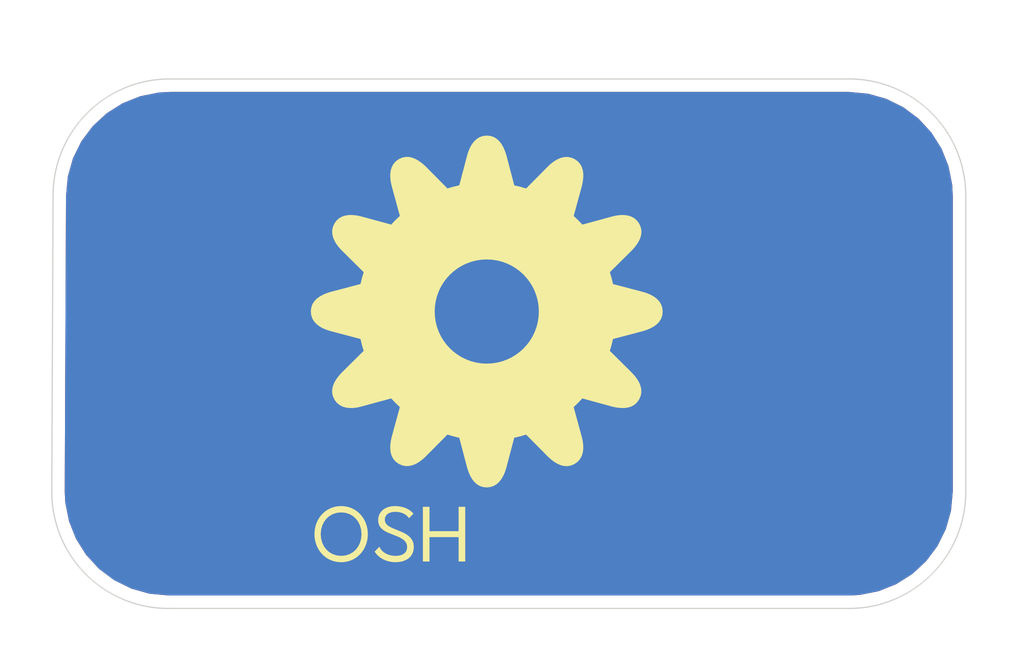
<source format=kicad_pcb>
(kicad_pcb (version 20190331) (host pcbnew "(5.1.0-373-ge808c7f95)")

  (general
    (thickness 1.6)
    (drawings 11)
    (tracks 0)
    (modules 1)
    (nets 1)
  )

  (page "A4")
  (layers
    (0 "F.Cu" signal)
    (31 "B.Cu" signal)
    (32 "B.Adhes" user)
    (33 "F.Adhes" user)
    (34 "B.Paste" user)
    (35 "F.Paste" user)
    (36 "B.SilkS" user)
    (37 "F.SilkS" user)
    (38 "B.Mask" user)
    (39 "F.Mask" user)
    (40 "Dwgs.User" user)
    (41 "Cmts.User" user)
    (42 "Eco1.User" user)
    (43 "Eco2.User" user)
    (44 "Edge.Cuts" user)
    (45 "Margin" user)
    (46 "B.CrtYd" user)
    (47 "F.CrtYd" user)
    (48 "B.Fab" user)
    (49 "F.Fab" user)
  )

  (setup
    (last_trace_width 0.25)
    (trace_clearance 0.2)
    (zone_clearance 0.508)
    (zone_45_only no)
    (trace_min 0.2)
    (via_size 0.8)
    (via_drill 0.4)
    (via_min_size 0.4)
    (via_min_drill 0.3)
    (uvia_size 0.3)
    (uvia_drill 0.1)
    (uvias_allowed no)
    (uvia_min_size 0.2)
    (uvia_min_drill 0.1)
    (edge_width 0.05)
    (segment_width 0.2)
    (pcb_text_width 0.3)
    (pcb_text_size 1.5 1.5)
    (mod_edge_width 0.12)
    (mod_text_size 1 1)
    (mod_text_width 0.15)
    (pad_size 1.524 1.524)
    (pad_drill 0.762)
    (pad_to_mask_clearance 0.051)
    (solder_mask_min_width 0.25)
    (aux_axis_origin 0 0)
    (visible_elements FFFFFF7F)
    (pcbplotparams
      (layerselection 0x010fc_ffffffff)
      (usegerberextensions false)
      (usegerberattributes false)
      (usegerberadvancedattributes false)
      (creategerberjobfile false)
      (excludeedgelayer true)
      (linewidth 0.100000)
      (plotframeref false)
      (viasonmask false)
      (mode 1)
      (useauxorigin false)
      (hpglpennumber 1)
      (hpglpenspeed 20)
      (hpglpendiameter 15.000000)
      (psnegative false)
      (psa4output false)
      (plotreference true)
      (plotvalue true)
      (plotinvisibletext false)
      (padsonsilk false)
      (subtractmaskfromsilk false)
      (outputformat 1)
      (mirror false)
      (drillshape 1)
      (scaleselection 1)
      (outputdirectory ""))
  )

  (net 0 "")

  (net_class "Default" "This is the default net class."
    (clearance 0.2)
    (trace_width 0.25)
    (via_dia 0.8)
    (via_drill 0.4)
    (uvia_dia 0.3)
    (uvia_drill 0.1)
  )

  (module "oshpark:OSH_small" (layer "F.Cu") (tedit 5B64EB0D) (tstamp 5CD2DF1C)
    (at 143.764 72.39)
    (descr "Imported from OSHPARK.svg")
    (tags "svg2mod")
    (attr smd)
    (fp_text reference "OSH_small" (at 0 -11.457835) (layer "F.SilkS") hide
      (effects (font (size 1.524 1.524) (thickness 0.3048)))
    )
    (fp_text value "G***" (at 0 11.457835) (layer "F.SilkS") hide
      (effects (font (size 1.524 1.524) (thickness 0.3048)))
    )
    (fp_poly (pts (xy 6.76111 6.120635) (xy 6.20884 6.120635) (xy 5.42765 6.959055) (xy 5.42765 6.120635)
      (xy 4.99557 6.120635) (xy 4.99557 8.266755) (xy 5.42765 8.266755) (xy 5.42765 7.193695)
      (xy 6.7096 8.409835) (xy 6.7096 7.831805) (xy 5.87118 7.056345) (xy 6.76111 6.120635)) (layer "F.Cu") (width 0))
    (fp_poly (pts (xy 4.31659 7.328185) (xy 4.11009 7.022185) (xy 3.67228 7.022185) (xy 3.67228 6.495675)
      (xy 4.11009 6.495675) (xy 4.16319 6.500675) (xy 4.21239 6.515675) (xy 4.25669 6.539575)
      (xy 4.29509 6.571375) (xy 4.32669 6.610075) (xy 4.35039 6.654875) (xy 4.36539 6.704775)
      (xy 4.37039 6.758775) (xy 4.36539 6.812775) (xy 4.35069 6.862675) (xy 4.32729 6.907475)
      (xy 4.29609 6.946175) (xy 4.25789 6.977975) (xy 4.21359 7.001875) (xy 4.16399 7.016875)
      (xy 4.11009 7.021875) (xy 4.11009 7.022185) (xy 4.31659 7.328185) (xy 4.41049 7.296585)
      (xy 4.49619 7.251785) (xy 4.57229 7.194785) (xy 4.63749 7.126585) (xy 4.69049 7.048185)
      (xy 4.72989 6.960585) (xy 4.75449 6.864785) (xy 4.76249 6.761805) (xy 4.74979 6.631575)
      (xy 4.71319 6.510755) (xy 4.65509 6.401815) (xy 4.57799 6.307215) (xy 4.48419 6.229415)
      (xy 4.37621 6.170715) (xy 4.25643 6.133715) (xy 4.12726 6.120815) (xy 3.2402 6.120815)
      (xy 3.2402 8.266935) (xy 3.67228 8.266935) (xy 3.67228 7.356985) (xy 3.88403 7.356985)
      (xy 4.35332 8.266935) (xy 4.83691 8.266935) (xy 4.31612 7.328365) (xy 4.31659 7.328185)) (layer "F.Cu") (width 0))
    (fp_poly (pts (xy 2.59844 8.266755) (xy 1.96319 6.558445) (xy 2.31515 7.505595) (xy 1.60836 7.505595)
      (xy 1.96319 6.558445) (xy 2.59844 8.266755) (xy 3.06487 8.266755) (xy 2.20355 6.120635)
      (xy 1.71996 6.120635) (xy 0.85865 8.266755) (xy 1.32508 8.266755) (xy 1.47674 7.860425)
      (xy 2.44678 7.860425) (xy 2.59844 8.266755)) (layer "F.Cu") (width 0))
    (fp_poly (pts (xy 0.42791 6.120635) (xy -0.02711 6.495535) (xy 0.38781 6.495535) (xy 0.44521 6.500535)
      (xy 0.49851 6.515035) (xy 0.54661 6.538335) (xy 0.58851 6.569635) (xy 0.62301 6.608335)
      (xy 0.64901 6.653735) (xy 0.66541 6.705135) (xy 0.67141 6.761735) (xy 0.66541 6.820135)
      (xy 0.64901 6.872535) (xy 0.62301 6.918535) (xy 0.58851 6.957435) (xy 0.54661 6.988635)
      (xy 0.49851 7.011635) (xy 0.44521 7.025835) (xy 0.38781 7.030835) (xy 0.38781 7.030635)
      (xy -0.02711 7.030635) (xy -0.02711 6.495535) (xy 0.42791 6.120635) (xy -0.45915 6.120635)
      (xy -0.45915 8.266755) (xy -0.02707 8.266755) (xy -0.02707 7.382555) (xy 0.42791 7.382555)
      (xy 0.5579 7.370355) (xy 0.67807 7.335055) (xy 0.78609 7.278855) (xy 0.87969 7.203855)
      (xy 0.95649 7.112155) (xy 1.01419 7.006005) (xy 1.05049 6.887525) (xy 1.06309 6.758845)
      (xy 1.05049 6.630375) (xy 1.01419 6.510655) (xy 0.95649 6.402275) (xy 0.87969 6.307775)
      (xy 0.78609 6.229775) (xy 0.67807 6.170875) (xy 0.5579 6.133675) (xy 0.42791 6.120675)
      (xy 0.42791 6.120635)) (layer "F.Cu") (width 0))
    (fp_poly (pts (xy 6.76111 6.120635) (xy 6.20884 6.120635) (xy 5.42765 6.959055) (xy 5.42765 6.120635)
      (xy 4.99557 6.120635) (xy 4.99557 8.266755) (xy 5.42765 8.266755) (xy 5.42765 7.193695)
      (xy 6.7096 8.409835) (xy 6.7096 7.831805) (xy 5.87118 7.056345) (xy 6.76111 6.120635)) (layer "F.Mask") (width 0))
    (fp_poly (pts (xy 4.31659 7.328185) (xy 4.11009 7.022185) (xy 3.67228 7.022185) (xy 3.67228 6.495675)
      (xy 4.11009 6.495675) (xy 4.16319 6.500675) (xy 4.21239 6.515675) (xy 4.25669 6.539575)
      (xy 4.29509 6.571375) (xy 4.32669 6.610075) (xy 4.35039 6.654875) (xy 4.36539 6.704775)
      (xy 4.37039 6.758775) (xy 4.36539 6.812775) (xy 4.35069 6.862675) (xy 4.32729 6.907475)
      (xy 4.29609 6.946175) (xy 4.25789 6.977975) (xy 4.21359 7.001875) (xy 4.16399 7.016875)
      (xy 4.11009 7.021875) (xy 4.11009 7.022185) (xy 4.31659 7.328185) (xy 4.41049 7.296585)
      (xy 4.49619 7.251785) (xy 4.57229 7.194785) (xy 4.63749 7.126585) (xy 4.69049 7.048185)
      (xy 4.72989 6.960585) (xy 4.75449 6.864785) (xy 4.76249 6.761805) (xy 4.74979 6.631575)
      (xy 4.71319 6.510755) (xy 4.65509 6.401815) (xy 4.57799 6.307215) (xy 4.48419 6.229415)
      (xy 4.37621 6.170715) (xy 4.25643 6.133715) (xy 4.12726 6.120815) (xy 3.2402 6.120815)
      (xy 3.2402 8.266935) (xy 3.67228 8.266935) (xy 3.67228 7.356985) (xy 3.88403 7.356985)
      (xy 4.35332 8.266935) (xy 4.83691 8.266935) (xy 4.31612 7.328365) (xy 4.31659 7.328185)) (layer "F.Mask") (width 0))
    (fp_poly (pts (xy 2.59844 8.266755) (xy 1.96319 6.558445) (xy 2.31515 7.505595) (xy 1.60836 7.505595)
      (xy 1.96319 6.558445) (xy 2.59844 8.266755) (xy 3.06487 8.266755) (xy 2.20355 6.120635)
      (xy 1.71996 6.120635) (xy 0.85865 8.266755) (xy 1.32508 8.266755) (xy 1.47674 7.860425)
      (xy 2.44678 7.860425) (xy 2.59844 8.266755)) (layer "F.Mask") (width 0))
    (fp_poly (pts (xy 0.42791 6.120635) (xy -0.02711 6.495535) (xy 0.38781 6.495535) (xy 0.44521 6.500535)
      (xy 0.49851 6.515035) (xy 0.54661 6.538335) (xy 0.58851 6.569635) (xy 0.62301 6.608335)
      (xy 0.64901 6.653735) (xy 0.66541 6.705135) (xy 0.67141 6.761735) (xy 0.66541 6.820135)
      (xy 0.64901 6.872535) (xy 0.62301 6.918535) (xy 0.58851 6.957435) (xy 0.54661 6.988635)
      (xy 0.49851 7.011635) (xy 0.44521 7.025835) (xy 0.38781 7.030835) (xy 0.38781 7.030635)
      (xy -0.02711 7.030635) (xy -0.02711 6.495535) (xy 0.42791 6.120635) (xy -0.45915 6.120635)
      (xy -0.45915 8.266755) (xy -0.02707 8.266755) (xy -0.02707 7.382555) (xy 0.42791 7.382555)
      (xy 0.5579 7.370355) (xy 0.67807 7.335055) (xy 0.78609 7.278855) (xy 0.87969 7.203855)
      (xy 0.95649 7.112155) (xy 1.01419 7.006005) (xy 1.05049 6.887525) (xy 1.06309 6.758845)
      (xy 1.05049 6.630375) (xy 1.01419 6.510655) (xy 0.95649 6.402275) (xy 0.87969 6.307775)
      (xy 0.78609 6.229775) (xy 0.67807 6.170875) (xy 0.5579 6.133675) (xy 0.42791 6.120675)
      (xy 0.42791 6.120635)) (layer "F.Mask") (width 0))
    (fp_poly (pts (xy -1.10433 6.120635) (xy -1.10433 7.076375) (xy -2.24607 7.076375) (xy -2.24607 6.120635)
      (xy -2.50646 6.120635) (xy -2.50646 8.266755) (xy -2.24607 8.266755) (xy -2.24607 7.311015)
      (xy -1.10433 7.311015) (xy -1.10433 8.266755) (xy -0.84394 8.266755) (xy -0.84394 6.120635)
      (xy -1.10433 6.120635)) (layer "F.SilkS") (width 0))
    (fp_poly (pts (xy -3.5907 8.295375) (xy -3.44187 8.286375) (xy -3.30406 8.258975) (xy -3.18001 8.212975)
      (xy -3.07241 8.147975) (xy -2.98401 8.063675) (xy -2.91751 7.959725) (xy -2.87561 7.835805)
      (xy -2.86101 7.691555) (xy -2.87691 7.552235) (xy -2.92141 7.434915) (xy -2.98981 7.336615)
      (xy -3.07751 7.254415) (xy -3.17982 7.185415) (xy -3.29208 7.126615) (xy -3.52784 7.027715)
      (xy -3.70664 6.955515) (xy -3.85727 6.872815) (xy -3.91627 6.823915) (xy -3.96127 6.768115)
      (xy -3.98997 6.703915) (xy -4.00007 6.629915) (xy -3.99207 6.554915) (xy -3.96807 6.490615)
      (xy -3.93017 6.436915) (xy -3.88027 6.393515) (xy -3.82017 6.360115) (xy -3.75177 6.336615)
      (xy -3.67677 6.322615) (xy -3.59697 6.317615) (xy -3.50107 6.322615) (xy -3.41297 6.336315)
      (xy -3.33277 6.358215) (xy -3.26037 6.387715) (xy -3.19597 6.424015) (xy -3.13947 6.466415)
      (xy -3.05047 6.566885) (xy -2.87592 6.389475) (xy -2.93462 6.327375) (xy -3.00322 6.270575)
      (xy -3.08132 6.219875) (xy -3.16862 6.176275) (xy -3.26472 6.140775) (xy -3.36936 6.114275)
      (xy -3.48217 6.097675) (xy -3.60284 6.091675) (xy -3.73476 6.100675) (xy -3.85823 6.127675)
      (xy -3.97043 6.172275) (xy -4.06853 6.234275) (xy -4.14973 6.313275) (xy -4.21123 6.408975)
      (xy -4.25023 6.521165) (xy -4.26383 6.649475) (xy -4.24983 6.769025) (xy -4.21043 6.869725)
      (xy -4.14943 6.954225) (xy -4.07063 7.025125) (xy -3.97793 7.085025) (xy -3.87509 7.136525)
      (xy -3.6543 7.224725) (xy -3.4565 7.304325) (xy -3.3666 7.348925) (xy -3.2866 7.399625)
      (xy -3.2195 7.458525) (xy -3.1682 7.527725) (xy -3.1357 7.609325) (xy -3.1249 7.705425)
      (xy -3.1349 7.789025) (xy -3.1618 7.860025) (xy -3.2038 7.918825) (xy -3.2593 7.965825)
      (xy -3.3266 8.001625) (xy -3.404 8.026625) (xy -3.4899 8.041225) (xy -3.5826 8.046225)
      (xy -3.69075 8.039225) (xy -3.79323 8.020125) (xy -3.88863 7.989225) (xy -3.97563 7.947425)
      (xy -4.05283 7.895625) (xy -4.11893 7.834625) (xy -4.17243 7.765125) (xy -4.21203 7.688125)
      (xy -4.40088 7.879845) (xy -4.33778 7.967545) (xy -4.26108 8.047345) (xy -4.17208 8.118045)
      (xy -4.07218 8.178545) (xy -3.96276 8.227645) (xy -3.84518 8.264145) (xy -3.72084 8.286945)
      (xy -3.59109 8.294945) (xy -3.5907 8.295375)) (layer "F.SilkS") (width 0))
    (fp_poly (pts (xy -5.71389 8.295375) (xy -5.71389 8.046425) (xy -5.88469 8.029425) (xy -6.03947 7.980425)
      (xy -6.17614 7.902625) (xy -6.29262 7.799265) (xy -6.38682 7.673515) (xy -6.45672 7.528545)
      (xy -6.50022 7.367545) (xy -6.51512 7.193705) (xy -6.50022 7.019865) (xy -6.45672 6.858865)
      (xy -6.38682 6.713895) (xy -6.29262 6.588145) (xy -6.17614 6.484785) (xy -6.03947 6.406985)
      (xy -5.88469 6.357985) (xy -5.71389 6.340985) (xy -5.54238 6.357985) (xy -5.38754 6.406985)
      (xy -5.25128 6.484785) (xy -5.13551 6.588145) (xy -5.04211 6.713895) (xy -4.97301 6.858865)
      (xy -4.93021 7.019865) (xy -4.91551 7.193705) (xy -4.93021 7.367545) (xy -4.97301 7.528545)
      (xy -5.04211 7.673515) (xy -5.13551 7.799265) (xy -5.25128 7.902625) (xy -5.38754 7.980425)
      (xy -5.54238 8.029425) (xy -5.71389 8.046425) (xy -5.71389 8.295375) (xy -5.60215 8.289375)
      (xy -5.49471 8.272675) (xy -5.39197 8.245575) (xy -5.29437 8.208575) (xy -5.20217 8.162275)
      (xy -5.11587 8.107175) (xy -5.03597 8.043775) (xy -4.96277 7.972775) (xy -4.89667 7.894575)
      (xy -4.83807 7.809775) (xy -4.78737 7.718975) (xy -4.74497 7.622675) (xy -4.71127 7.521405)
      (xy -4.68667 7.415745) (xy -4.67167 7.306225) (xy -4.66667 7.193415) (xy -4.67167 7.080595)
      (xy -4.68667 6.971085) (xy -4.71127 6.865415) (xy -4.74497 6.764145) (xy -4.78737 6.667845)
      (xy -4.83807 6.577045) (xy -4.89667 6.492245) (xy -4.96277 6.414045) (xy -5.03597 6.342945)
      (xy -5.11587 6.279545) (xy -5.20217 6.224445) (xy -5.29437 6.178145) (xy -5.39197 6.141145)
      (xy -5.49471 6.114045) (xy -5.60215 6.097345) (xy -5.71389 6.091345) (xy -5.82609 6.097345)
      (xy -5.93388 6.114045) (xy -6.03687 6.141145) (xy -6.13467 6.178145) (xy -6.22687 6.224445)
      (xy -6.31307 6.279545) (xy -6.39297 6.342945) (xy -6.46607 6.414045) (xy -6.53207 6.492245)
      (xy -6.59047 6.577045) (xy -6.64097 6.667845) (xy -6.68317 6.764145) (xy -6.71667 6.865415)
      (xy -6.74107 6.971085) (xy -6.75597 7.080595) (xy -6.76097 7.193415) (xy -6.75597 7.306225)
      (xy -6.74107 7.415745) (xy -6.71667 7.521405) (xy -6.68317 7.622675) (xy -6.64097 7.718975)
      (xy -6.59047 7.809775) (xy -6.53207 7.894575) (xy -6.46607 7.972775) (xy -6.39297 8.043775)
      (xy -6.31307 8.107175) (xy -6.22687 8.162275) (xy -6.13467 8.208575) (xy -6.03687 8.245575)
      (xy -5.93388 8.272675) (xy -5.82609 8.289375) (xy -5.71389 8.295375)) (layer "F.SilkS") (width 0))
    (fp_poly (pts (xy 0.00118 -8.409695) (xy 0.00043 -3.623025) (xy 0.21316 -3.612325) (xy 0.41974 -3.580825)
      (xy 0.61914 -3.529525) (xy 0.81031 -3.459525) (xy 0.99219 -3.371925) (xy 1.16375 -3.267695)
      (xy 1.32394 -3.147905) (xy 1.4717 -3.013605) (xy 1.606 -2.865845) (xy 1.72579 -2.705655)
      (xy 1.83001 -2.534105) (xy 1.91761 -2.352215) (xy 1.98761 -2.161055) (xy 2.03891 -1.961655)
      (xy 2.07041 -1.755065) (xy 2.08111 -1.542335) (xy 2.07041 -1.329495) (xy 2.03891 -1.122805)
      (xy 1.98771 -0.923315) (xy 1.91781 -0.732055) (xy 1.83021 -0.550075) (xy 1.726 -0.378435)
      (xy 1.60622 -0.218175) (xy 1.47192 -0.070335) (xy 1.32415 0.064025) (xy 1.16396 0.183875)
      (xy 0.99238 0.288155) (xy 0.81047 0.375855) (xy 0.61928 0.445855) (xy 0.41984 0.497155)
      (xy 0.21321 0.528655) (xy 0.00043 0.539455) (xy -0.21235 0.528655) (xy -0.41897 0.497155)
      (xy -0.6184 0.445855) (xy -0.80958 0.375855) (xy -0.99147 0.288155) (xy -1.16302 0.183875)
      (xy -1.3232 0.064025) (xy -1.47095 -0.070335) (xy -1.60524 -0.218175) (xy -1.72501 -0.378435)
      (xy -1.82922 -0.550075) (xy -1.91682 -0.732055) (xy -1.98682 -0.923315) (xy -2.03812 -1.122805)
      (xy -2.06962 -1.329495) (xy -2.08032 -1.542335) (xy -2.06962 -1.755065) (xy -2.03812 -1.961655)
      (xy -1.98682 -2.161055) (xy -1.91682 -2.352215) (xy -1.82922 -2.534105) (xy -1.72501 -2.705655)
      (xy -1.60524 -2.865845) (xy -1.47095 -3.013605) (xy -1.3232 -3.147905) (xy -1.16302 -3.267695)
      (xy -0.99147 -3.371925) (xy -0.80958 -3.459525) (xy -0.6184 -3.529525) (xy -0.41897 -3.580825)
      (xy -0.21235 -3.612325) (xy 0.00043 -3.623025) (xy 0.00118 -8.409695) (xy -0.14129 -8.393995)
      (xy -0.2674 -8.349495) (xy -0.378 -8.279795) (xy -0.4739 -8.188495) (xy -0.556 -8.079355)
      (xy -0.6251 -7.956025) (xy -0.6821 -7.822195) (xy -0.7278 -7.681515) (xy -1.04856 -6.462625)
      (xy -1.30304 -6.403425) (xy -1.55293 -6.331225) (xy -2.43795 -7.223815) (xy -2.5541 -7.325575)
      (xy -2.67331 -7.414275) (xy -2.79523 -7.486675) (xy -2.91953 -7.539575) (xy -3.04586 -7.569675)
      (xy -3.17388 -7.573675) (xy -3.30323 -7.548275) (xy -3.43358 -7.490275) (xy -3.54913 -7.405275)
      (xy -3.63603 -7.303485) (xy -3.69693 -7.187695) (xy -3.73433 -7.060655) (xy -3.75073 -6.925095)
      (xy -3.74873 -6.783755) (xy -3.73103 -6.639375) (xy -3.70003 -6.494705) (xy -3.36893 -5.282225)
      (xy -3.55878 -5.102185) (xy -3.73879 -4.912505) (xy -4.95156 -5.242875) (xy -5.10317 -5.273475)
      (xy -5.25088 -5.290975) (xy -5.39277 -5.292975) (xy -5.5269 -5.276575) (xy -5.65135 -5.239375)
      (xy -5.76419 -5.178675) (xy -5.86349 -5.091975) (xy -5.94729 -4.976645) (xy -6.00489 -4.845335)
      (xy -6.02929 -4.713775) (xy -6.02429 -4.583095) (xy -5.99309 -4.454385) (xy -5.93949 -4.328745)
      (xy -5.86709 -4.207285) (xy -5.77959 -4.091105) (xy -5.68049 -3.981305) (xy -4.78848 -3.096875)
      (xy -4.86248 -2.846755) (xy -4.92388 -2.591195) (xy -6.13913 -2.271315) (xy -6.28557 -2.221815)
      (xy -6.42211 -2.163015) (xy -6.54579 -2.093715) (xy -6.65364 -2.012515) (xy -6.74264 -1.918115)
      (xy -6.80994 -1.809295) (xy -6.85244 -1.684715) (xy -6.86724 -1.543065) (xy -6.85154 -1.400675)
      (xy -6.80704 -1.274595) (xy -6.73724 -1.163985) (xy -6.64594 -1.068085) (xy -6.5368 -0.985985)
      (xy -6.41347 -0.916885) (xy -6.27964 -0.859985) (xy -6.13897 -0.814385) (xy -4.92372 -0.494365)
      (xy -4.86232 -0.239235) (xy -4.78842 0.010885) (xy -5.68043 0.895605) (xy -5.78261 1.011585)
      (xy -5.87161 1.130695) (xy -5.94411 1.252585) (xy -5.99701 1.376885) (xy -6.02701 1.503265)
      (xy -6.03101 1.631355) (xy -6.00551 1.760795) (xy -5.94741 1.891235) (xy -5.86251 2.006695)
      (xy -5.76079 2.093495) (xy -5.64502 2.154295) (xy -5.51794 2.191595) (xy -5.38232 2.207995)
      (xy -5.24091 2.205995) (xy -5.09648 2.188395) (xy -4.95178 2.157595) (xy -3.73916 1.826495)
      (xy -3.55915 2.015885) (xy -3.36929 2.196065) (xy -3.70039 3.409125) (xy -3.73109 3.560565)
      (xy -3.74869 3.708175) (xy -3.75069 3.850005) (xy -3.73429 3.984105) (xy -3.69709 4.108515)
      (xy -3.63639 4.221295) (xy -3.54959 4.320495) (xy -3.43416 4.404195) (xy -3.30285 4.461895)
      (xy -3.17132 4.486395) (xy -3.04066 4.481395) (xy -2.91197 4.450195) (xy -2.78636 4.396595)
      (xy -2.66492 4.324295) (xy -2.54876 4.236795) (xy -2.43897 4.137795) (xy -1.55409 3.245195)
      (xy -1.30401 3.319295) (xy -1.0487 3.380995) (xy -0.72882 4.596245) (xy -0.67942 4.742405)
      (xy -0.62072 4.878745) (xy -0.55142 5.002265) (xy -0.47012 5.110005) (xy -0.37562 5.199005)
      (xy -0.26663 5.266305) (xy -0.14183 5.308805) (xy 0.0001 5.323605) (xy 0.1423 5.307905)
      (xy 0.26821 5.263405) (xy 0.37868 5.193705) (xy 0.47448 5.102505) (xy 0.55658 4.993495)
      (xy 0.62568 4.870315) (xy 0.68268 4.736655) (xy 0.72838 4.596185) (xy 1.04825 3.380645)
      (xy 1.30343 3.319445) (xy 1.55379 3.245445) (xy 2.43852 4.137905) (xy 2.55442 4.240085)
      (xy 2.67348 4.329085) (xy 2.79535 4.401685) (xy 2.91965 4.454585) (xy 3.04602 4.484585)
      (xy 3.17409 4.488585) (xy 3.30349 4.462985) (xy 3.43386 4.404785) (xy 3.5493 4.319985)
      (xy 3.6361 4.218365) (xy 3.6969 4.102685) (xy 3.7342 3.975695) (xy 3.7507 3.840155)
      (xy 3.7487 3.698805) (xy 3.7312 3.554415) (xy 3.7006 3.409725) (xy 3.36921 2.196675)
      (xy 3.55866 2.016495) (xy 3.73849 1.827095) (xy 4.95155 2.158195) (xy 5.10316 2.188595)
      (xy 5.25086 2.205995) (xy 5.39274 2.207995) (xy 5.52685 2.191495) (xy 5.65126 2.154195)
      (xy 5.76405 2.093495) (xy 5.86325 2.006695) (xy 5.94695 1.891265) (xy 6.00455 1.759975)
      (xy 6.02895 1.628485) (xy 6.02395 1.497875) (xy 5.99275 1.369255) (xy 5.93915 1.243685)
      (xy 5.86685 1.122265) (xy 5.77935 1.006085) (xy 5.68035 0.896225) (xy 4.78804 0.011495)
      (xy 4.86214 -0.238625) (xy 4.92344 -0.493755) (xy 6.13868 -0.813785) (xy 6.28522 -0.863185)
      (xy 6.42183 -0.921885) (xy 6.54556 -0.991285) (xy 6.65344 -1.072585) (xy 6.74254 -1.167085)
      (xy 6.80984 -1.276075) (xy 6.85244 -1.400845) (xy 6.86724 -1.542705) (xy 6.85194 -1.684715)
      (xy 6.80764 -1.810495) (xy 6.73804 -1.920855) (xy 6.64694 -2.016655) (xy 6.53789 -2.098655)
      (xy 6.41461 -2.167755) (xy 6.2808 -2.224755) (xy 6.14013 -2.270455) (xy 4.92488 -2.590335)
      (xy 4.86358 -2.845855) (xy 4.78948 -3.095735) (xy 5.68179 -3.980895) (xy 5.78395 -4.096695)
      (xy 5.87285 -4.215675) (xy 5.94535 -4.337485) (xy 5.99815 -4.461745) (xy 6.02805 -4.588095)
      (xy 6.03205 -4.716185) (xy 6.00655 -4.845635) (xy 5.94845 -4.976085) (xy 5.86365 -5.091375)
      (xy 5.76206 -5.178075) (xy 5.64641 -5.238875) (xy 5.51943 -5.276175) (xy 5.38387 -5.292675)
      (xy 5.24246 -5.290675) (xy 5.09796 -5.273075) (xy 4.9531 -5.242275) (xy 3.74019 -4.911755)
      (xy 3.5604 -5.101105) (xy 3.3712 -5.281035) (xy 3.70215 -6.493945) (xy 3.73265 -6.645465)
      (xy 3.75005 -6.793085) (xy 3.75205 -6.934915) (xy 3.73565 -7.069005) (xy 3.69835 -7.193445)
      (xy 3.63755 -7.306295) (xy 3.55075 -7.405695) (xy 3.43522 -7.489595) (xy 3.30408 -7.547095)
      (xy 3.17265 -7.571395) (xy 3.04204 -7.566395) (xy 2.91335 -7.535095) (xy 2.78769 -7.481395)
      (xy 2.66618 -7.408995) (xy 2.54992 -7.321595) (xy 2.44003 -7.222795) (xy 1.55545 -6.330485)
      (xy 1.30598 -6.402785) (xy 1.05107 -6.462485) (xy 0.73018 -7.681375) (xy 0.68058 -7.827915)
      (xy 0.62168 -7.964525) (xy 0.55228 -8.088255) (xy 0.47098 -8.196135) (xy 0.37658 -8.285235)
      (xy 0.2677 -8.352535) (xy 0.14304 -8.395035) (xy 0.0013 -8.409835) (xy 0.00118 -8.409695)) (layer "F.SilkS") (width 0.073847))
  )

  (gr_text "Drew Fustini" (at 144.526 73.2028) (layer "B.Mask") (tstamp 5CD3EA86)
    (effects (font (size 3.5 3.5) (thickness 0.35)) (justify mirror))
  )
  (gr_text "OSH Park\nPerfect Purple PCBs" (at 144.2212 65.8368) (layer "B.Mask") (tstamp 5CD3EA51)
    (effects (font (size 2 2) (thickness 0.25)) (justify mirror))
  )
  (gr_line (start 126.746 66.294) (end 126.6952 77.9272) (layer "Edge.Cuts") (width 0.05) (tstamp 5CD3EA20))
  (gr_line (start 157.988 82.4992) (end 131.2672 82.4992) (layer "Edge.Cuts") (width 0.05) (tstamp 5CD3EA01))
  (gr_line (start 162.56 66.294) (end 162.56 77.9272) (layer "Edge.Cuts") (width 0.05) (tstamp 5CD3E9C1))
  (gr_line (start 131.318 61.722) (end 157.988 61.722) (layer "Edge.Cuts") (width 0.05) (tstamp 5CD3E9A9))
  (gr_arc (start 157.988 77.9272) (end 157.988 82.4992) (angle -90) (layer "Edge.Cuts") (width 0.05) (tstamp 5CD3E94D))
  (gr_arc (start 131.2672 77.9272) (end 126.6952 77.9272) (angle -90) (layer "Edge.Cuts") (width 0.05) (tstamp 5CD3E932))
  (gr_arc (start 131.318 66.294) (end 131.318 61.722) (angle -90) (layer "Edge.Cuts") (width 0.05) (tstamp 5CD3E8FE))
  (gr_text "drew@oshpark.com" (at 144.3736 78.8416) (layer "B.Mask") (tstamp 5CD3E8C3)
    (effects (font (size 2.2 2.2) (thickness 0.25)) (justify mirror))
  )
  (gr_arc (start 157.988 66.294) (end 162.56 66.294) (angle -90) (layer "Edge.Cuts") (width 0.05))

  (zone (net 0) (net_name "") (layer "F.Cu") (tstamp 0) (hatch edge 0.508)
    (connect_pads (clearance 0.508))
    (min_thickness 0.254)
    (fill yes (arc_segments 32) (thermal_gap 0.508) (thermal_bridge_width 0.508))
    (polygon
      (pts
        (xy 125.2728 58.6232) (xy 164.7444 58.6232) (xy 164.846 84.074) (xy 125.1204 83.9724) (xy 124.6632 60.0964)
      )
    )
    (filled_polygon
      (pts
        (xy 158.704975 62.425556) (xy 159.397936 62.620991) (xy 160.043678 62.939436) (xy 160.620577 63.370226) (xy 161.10931 63.898936)
        (xy 161.49351 64.507855) (xy 161.760308 65.176588) (xy 161.903221 65.895063) (xy 161.925 66.310634) (xy 161.925001 77.898077)
        (xy 161.856444 78.644175) (xy 161.66101 79.337134) (xy 161.342564 79.982878) (xy 160.911773 80.559777) (xy 160.383065 81.04851)
        (xy 159.774145 81.43271) (xy 159.10541 81.699508) (xy 158.386937 81.842421) (xy 157.971368 81.8642) (xy 131.296312 81.8642)
        (xy 130.550225 81.795644) (xy 129.857266 81.60021) (xy 129.211522 81.281764) (xy 128.634623 80.850973) (xy 128.145888 80.322262)
        (xy 127.76169 79.713345) (xy 127.494892 79.04461) (xy 127.388678 78.510635) (xy 142.66985 78.510635) (xy 142.66985 80.656755)
        (xy 142.675684 80.71626) (xy 142.681098 80.775742) (xy 142.681725 80.777873) (xy 142.681943 80.780094) (xy 142.699238 80.837376)
        (xy 142.716088 80.89463) (xy 142.717119 80.896602) (xy 142.717763 80.898735) (xy 142.745838 80.951536) (xy 142.773505 81.004458)
        (xy 142.774899 81.006192) (xy 142.775945 81.008159) (xy 142.813733 81.054492) (xy 142.85116 81.101041) (xy 142.852865 81.102472)
        (xy 142.854273 81.104198) (xy 142.900323 81.142294) (xy 142.946096 81.180702) (xy 142.948048 81.181775) (xy 142.949763 81.183194)
        (xy 143.002311 81.211606) (xy 143.054697 81.240406) (xy 143.056821 81.24108) (xy 143.058778 81.242138) (xy 143.1158 81.259789)
        (xy 143.172826 81.277879) (xy 143.175042 81.278128) (xy 143.177166 81.278785) (xy 143.236593 81.285031) (xy 143.295984 81.291693)
        (xy 143.300254 81.291723) (xy 143.300417 81.29174) (xy 143.30058 81.291725) (xy 143.30485 81.291755) (xy 143.73693 81.291755)
        (xy 143.796435 81.285921) (xy 143.855917 81.280507) (xy 143.858048 81.27988) (xy 143.860269 81.279662) (xy 143.917551 81.262367)
        (xy 143.974805 81.245517) (xy 143.976777 81.244486) (xy 143.97891 81.243842) (xy 144.031711 81.215767) (xy 144.084633 81.1881)
        (xy 144.086367 81.186706) (xy 144.088334 81.18566) (xy 144.134667 81.147872) (xy 144.180008 81.111416) (xy 144.22037 81.144179)
        (xy 144.263896 81.180702) (xy 144.268443 81.183202) (xy 144.272473 81.186473) (xy 144.322716 81.213039) (xy 144.372497 81.240406)
        (xy 144.377442 81.241975) (xy 144.382031 81.244401) (xy 144.436445 81.260692) (xy 144.490626 81.277879) (xy 144.495788 81.278458)
        (xy 144.500755 81.279945) (xy 144.557284 81.285356) (xy 144.613784 81.291693) (xy 144.62265 81.291755) (xy 145.08908 81.291755)
        (xy 145.09756 81.290924) (xy 145.106059 81.291528) (xy 145.159153 81.284885) (xy 145.212419 81.279662) (xy 145.220578 81.277199)
        (xy 145.229031 81.276141) (xy 145.279811 81.259315) (xy 145.33106 81.243842) (xy 145.338588 81.239839) (xy 145.346671 81.237161)
        (xy 145.393209 81.210797) (xy 145.440484 81.18566) (xy 145.447089 81.180273) (xy 145.454501 81.176074) (xy 145.49505 81.141157)
        (xy 145.536523 81.107332) (xy 145.541954 81.100768) (xy 145.548411 81.095207) (xy 145.581417 81.053064) (xy 145.615519 81.011842)
        (xy 145.61957 81.00435) (xy 145.624826 80.997639) (xy 145.649023 80.949877) (xy 145.674463 80.902827) (xy 145.676981 80.894692)
        (xy 145.680834 80.887087) (xy 145.681468 80.885425) (xy 145.770768 80.885425) (xy 145.771272 80.886456) (xy 145.773678 80.89463)
        (xy 145.798288 80.941704) (xy 145.821582 80.989469) (xy 145.821817 80.989779) (xy 145.821987 80.990126) (xy 145.827149 80.99691)
        (xy 145.831095 81.004458) (xy 145.864371 81.045845) (xy 145.896507 81.088185) (xy 145.896795 81.088441) (xy 145.897032 81.088752)
        (xy 145.903415 81.094406) (xy 145.90875 81.101041) (xy 145.949441 81.135185) (xy 145.98918 81.170469) (xy 145.98951 81.170663)
        (xy 145.989804 81.170923) (xy 145.997164 81.175229) (xy 146.003686 81.180702) (xy 146.05024 81.206295) (xy 146.096069 81.233185)
        (xy 146.096433 81.233312) (xy 146.09677 81.233509) (xy 146.104823 81.236303) (xy 146.112287 81.240406) (xy 146.162925 81.256469)
        (xy 146.213105 81.273946) (xy 146.213489 81.274) (xy 146.213855 81.274127) (xy 146.222296 81.275303) (xy 146.230416 81.277879)
        (xy 146.283212 81.283801) (xy 146.335828 81.291197) (xy 146.336215 81.291175) (xy 146.3366 81.291229) (xy 146.345107 81.290743)
        (xy 146.353574 81.291693) (xy 146.36244 81.291755) (xy 146.82887 81.291755) (xy 146.885442 81.286208) (xy 146.919203 81.283452)
        (xy 146.935943 81.285211) (xy 146.995334 81.291873) (xy 146.999604 81.291903) (xy 146.999767 81.29192) (xy 146.99993 81.291905)
        (xy 147.0042 81.291935) (xy 147.43628 81.291935) (xy 147.495785 81.286101) (xy 147.555267 81.280687) (xy 147.557398 81.28006)
        (xy 147.559619 81.279842) (xy 147.616901 81.262547) (xy 147.674155 81.245697) (xy 147.676127 81.244666) (xy 147.67826 81.244022)
        (xy 147.731061 81.215947) (xy 147.777853 81.191485) (xy 147.784238 81.194996) (xy 147.808319 81.211681) (xy 147.838408 81.224776)
        (xy 147.867167 81.240586) (xy 147.895093 81.249445) (xy 147.921955 81.261135) (xy 147.954013 81.268135) (xy 147.985296 81.278059)
        (xy 148.014416 81.281325) (xy 148.043032 81.287574) (xy 148.075836 81.288214) (xy 148.108454 81.291873) (xy 148.11732 81.291935)
        (xy 148.60091 81.291935) (xy 148.635256 81.288567) (xy 148.669764 81.288191) (xy 148.687014 81.28458) (xy 148.691313 81.285031)
        (xy 148.750704 81.291693) (xy 148.754974 81.291723) (xy 148.755137 81.29174) (xy 148.7553 81.291725) (xy 148.75957 81.291755)
        (xy 149.19165 81.291755) (xy 149.251155 81.285921) (xy 149.310637 81.280507) (xy 149.312768 81.27988) (xy 149.314989 81.279662)
        (xy 149.372271 81.262367) (xy 149.429525 81.245517) (xy 149.431497 81.244486) (xy 149.43363 81.243842) (xy 149.486431 81.215767)
        (xy 149.539353 81.1881) (xy 149.541087 81.186706) (xy 149.543054 81.18566) (xy 149.589387 81.147872) (xy 149.635936 81.110445)
        (xy 149.637367 81.10874) (xy 149.639093 81.107332) (xy 149.677189 81.061282) (xy 149.715597 81.015509) (xy 149.71667 81.013557)
        (xy 149.718089 81.011842) (xy 149.737193 80.97651) (xy 150.036568 81.260517) (xy 150.078035 81.292788) (xy 150.118513 81.326274)
        (xy 150.12687 81.330793) (xy 150.134371 81.33663) (xy 150.181323 81.360235) (xy 150.227528 81.385218) (xy 150.236603 81.388027)
        (xy 150.245096 81.392297) (xy 150.295746 81.406335) (xy 150.345916 81.421865) (xy 150.355363 81.422858) (xy 150.364524 81.425397)
        (xy 150.416914 81.429328) (xy 150.469167 81.43482) (xy 150.478635 81.433958) (xy 150.488107 81.434669) (xy 150.540257 81.42835)
        (xy 150.592587 81.423587) (xy 150.601702 81.420904) (xy 150.611137 81.419761) (xy 150.661067 81.403433) (xy 150.711475 81.388597)
        (xy 150.719899 81.384193) (xy 150.728929 81.38124) (xy 150.774729 81.355529) (xy 150.821303 81.33118) (xy 150.828712 81.325223)
        (xy 150.836995 81.320573) (xy 150.876938 81.286448) (xy 150.917886 81.253525) (xy 150.923992 81.246248) (xy 150.93122 81.240073)
        (xy 150.96378 81.198831) (xy 150.997547 81.158589) (xy 151.002126 81.15026) (xy 151.008013 81.142803) (xy 151.031936 81.096036)
        (xy 151.057251 81.049988) (xy 151.060124 81.04093) (xy 151.064452 81.03247) (xy 151.078836 80.981944) (xy 151.094724 80.931859)
        (xy 151.095783 80.922413) (xy 151.098385 80.913275) (xy 151.102681 80.860916) (xy 151.108538 80.808701) (xy 151.1086 80.799835)
        (xy 151.1086 80.221805) (xy 151.107714 80.212764) (xy 151.108342 80.203698) (xy 151.101675 80.151175) (xy 151.096507 80.098466)
        (xy 151.09388 80.089764) (xy 151.092736 80.080754) (xy 151.075997 80.030535) (xy 151.060687 79.979825) (xy 151.05642 79.971801)
        (xy 151.053548 79.963183) (xy 151.027365 79.917157) (xy 151.002505 79.870401) (xy 150.996764 79.863362) (xy 150.99227 79.855462)
        (xy 150.95764 79.815392) (xy 150.924177 79.774362) (xy 150.917176 79.76857) (xy 150.911235 79.761696) (xy 150.904768 79.75563)
        (xy 150.539059 79.417383) (xy 150.985238 78.948251) (xy 151.017816 78.906498) (xy 151.051549 78.865722) (xy 151.055875 78.857721)
        (xy 151.061475 78.850544) (xy 151.085324 78.803256) (xy 151.110493 78.756707) (xy 151.113183 78.748018) (xy 151.117282 78.73989)
        (xy 151.131492 78.688871) (xy 151.14714 78.638319) (xy 151.148091 78.629272) (xy 151.150533 78.620504) (xy 151.154562 78.567708)
        (xy 151.160095 78.515068) (xy 151.15927 78.506002) (xy 151.159962 78.496932) (xy 151.15366 78.444369) (xy 151.148862 78.391648)
        (xy 151.146294 78.382921) (xy 151.14521 78.373883) (xy 151.128819 78.323546) (xy 151.113872 78.27276) (xy 151.109655 78.264693)
        (xy 151.106838 78.256043) (xy 151.08099 78.209864) (xy 151.056455 78.162932) (xy 151.050751 78.155837) (xy 151.046308 78.1479)
        (xy 151.011976 78.107611) (xy 150.9788 78.066349) (xy 150.971831 78.060501) (xy 150.965927 78.053573) (xy 150.924414 78.020714)
        (xy 150.883864 77.986688) (xy 150.875888 77.982303) (xy 150.868755 77.976657) (xy 150.821655 77.952488) (xy 150.775263 77.926984)
        (xy 150.766592 77.924233) (xy 150.758494 77.920078) (xy 150.707589 77.905516) (xy 150.657134 77.889511) (xy 150.648091 77.888497)
        (xy 150.639342 77.885994) (xy 150.586587 77.881598) (xy 150.533976 77.875697) (xy 150.52511 77.875635) (xy 149.97284 77.875635)
        (xy 149.96496 77.876408) (xy 149.957063 77.875831) (xy 149.903361 77.882447) (xy 149.849501 77.887728) (xy 149.84192 77.890017)
        (xy 149.834062 77.890985) (xy 149.782674 77.907904) (xy 149.73086 77.923548) (xy 149.723866 77.927267) (xy 149.716348 77.929742)
        (xy 149.669218 77.956324) (xy 149.621436 77.98173) (xy 149.615302 77.986733) (xy 149.608403 77.990624) (xy 149.582043 78.013236)
        (xy 149.550404 77.986688) (xy 149.548452 77.985615) (xy 149.546737 77.984196) (xy 149.494189 77.955784) (xy 149.441803 77.926984)
        (xy 149.439679 77.92631) (xy 149.437722 77.925252) (xy 149.3807 77.907601) (xy 149.323674 77.889511) (xy 149.321458 77.889262)
        (xy 149.319334 77.888605) (xy 149.259907 77.882359) (xy 149.200516 77.875697) (xy 149.196246 77.875667) (xy 149.196083 77.87565)
        (xy 149.19592 77.875665) (xy 149.19165 77.875635) (xy 148.75957 77.875635) (xy 148.700065 77.881469) (xy 148.640583 77.886883)
        (xy 148.638452 77.88751) (xy 148.636231 77.887728) (xy 148.578949 77.905023) (xy 148.521695 77.921873) (xy 148.519723 77.922904)
        (xy 148.51759 77.923548) (xy 148.464789 77.951623) (xy 148.411867 77.97929) (xy 148.410133 77.980684) (xy 148.408166 77.98173)
        (xy 148.403203 77.985778) (xy 148.389622 77.980033) (xy 148.336076 77.956677) (xy 148.329457 77.954582) (xy 148.329354 77.954538)
        (xy 148.329253 77.954517) (xy 148.327623 77.954001) (xy 148.207844 77.917002) (xy 148.150073 77.905179) (xy 148.092349 77.892801)
        (xy 148.086572 77.892183) (xy 148.08643 77.892154) (xy 148.086292 77.892153) (xy 148.083533 77.891858) (xy 147.954363 77.878958)
        (xy 147.927158 77.878909) (xy 147.900126 77.875877) (xy 147.89126 77.875815) (xy 147.0042 77.875815) (xy 146.944695 77.881649)
        (xy 146.885213 77.887063) (xy 146.883082 77.88769) (xy 146.880861 77.887908) (xy 146.823579 77.905203) (xy 146.766325 77.922053)
        (xy 146.764353 77.923084) (xy 146.76222 77.923728) (xy 146.709419 77.951803) (xy 146.656497 77.97947) (xy 146.654763 77.980864)
        (xy 146.652796 77.98191) (xy 146.606463 78.019698) (xy 146.559914 78.057125) (xy 146.558483 78.05883) (xy 146.556757 78.060238)
        (xy 146.518661 78.106288) (xy 146.485309 78.146035) (xy 146.460754 78.115495) (xy 146.422267 78.067399) (xy 146.4217 78.066921)
        (xy 146.42124 78.066349) (xy 146.374499 78.027129) (xy 146.327515 77.987519) (xy 146.326868 77.987162) (xy 146.326304 77.986688)
        (xy 146.272682 77.957209) (xy 146.219052 77.927564) (xy 146.218349 77.927339) (xy 146.217703 77.926984) (xy 146.159336 77.908469)
        (xy 146.10101 77.889818) (xy 146.100277 77.889734) (xy 146.099574 77.889511) (xy 146.038749 77.882689) (xy 145.977884 77.875719)
        (xy 145.977148 77.875779) (xy 145.976416 77.875697) (xy 145.96755 77.875635) (xy 145.48396 77.875635) (xy 145.483223 77.875707)
        (xy 145.482489 77.875637) (xy 145.42175 77.881735) (xy 145.360621 77.887728) (xy 145.359911 77.887942) (xy 145.359178 77.888016)
        (xy 145.300891 77.905762) (xy 145.24198 77.923548) (xy 145.241323 77.923897) (xy 145.240621 77.924111) (xy 145.186917 77.952826)
        (xy 145.132556 77.98173) (xy 145.131981 77.982199) (xy 145.131332 77.982546) (xy 145.08406 78.021282) (xy 145.036517 78.060058)
        (xy 145.036046 78.060627) (xy 145.035474 78.061096) (xy 144.996402 78.108549) (xy 144.968702 78.142033) (xy 144.956607 78.131954)
        (xy 144.908967 78.099571) (xy 144.861836 78.066567) (xy 144.85412 78.062289) (xy 144.854114 78.062285) (xy 144.854108 78.062283)
        (xy 144.854082 78.062268) (xy 144.746062 78.003368) (xy 144.692022 77.980427) (xy 144.638301 77.956956) (xy 144.632109 77.954992)
        (xy 144.631985 77.954939) (xy 144.631862 77.954913) (xy 144.62985 77.954275) (xy 144.50968 77.917075) (xy 144.451717 77.905176)
        (xy 144.393905 77.892771) (xy 144.388432 77.892185) (xy 144.388281 77.892154) (xy 144.388133 77.892153) (xy 144.385089 77.891827)
        (xy 144.259762 77.879293) (xy 144.259544 77.879248) (xy 144.259287 77.879246) (xy 144.2551 77.878827) (xy 144.228215 77.878775)
        (xy 144.200776 77.875697) (xy 144.196506 77.875667) (xy 144.196343 77.87565) (xy 144.19618 77.875665) (xy 144.19191 77.875635)
        (xy 143.30485 77.875635) (xy 143.245345 77.881469) (xy 143.185863 77.886883) (xy 143.183732 77.88751) (xy 143.181511 77.887728)
        (xy 143.124229 77.905023) (xy 143.066975 77.921873) (xy 143.065003 77.922904) (xy 143.06287 77.923548) (xy 143.010069 77.951623)
        (xy 142.957147 77.97929) (xy 142.955413 77.980684) (xy 142.953446 77.98173) (xy 142.907113 78.019518) (xy 142.860564 78.056945)
        (xy 142.859133 78.05865) (xy 142.857407 78.060058) (xy 142.819311 78.106108) (xy 142.780903 78.151881) (xy 142.77983 78.153833)
        (xy 142.778411 78.155548) (xy 142.750009 78.208077) (xy 142.721199 78.260482) (xy 142.720525 78.262606) (xy 142.719467 78.264563)
        (xy 142.701816 78.321585) (xy 142.683726 78.378611) (xy 142.683477 78.380827) (xy 142.68282 78.382951) (xy 142.676574 78.442378)
        (xy 142.669912 78.501769) (xy 142.669882 78.506039) (xy 142.669865 78.506202) (xy 142.66988 78.506365) (xy 142.66985 78.510635)
        (xy 127.388678 78.510635) (xy 127.351979 78.326137) (xy 127.330272 77.91194) (xy 127.380873 66.324497) (xy 127.449556 65.577025)
        (xy 127.644991 64.884064) (xy 127.963436 64.238322) (xy 128.394226 63.661423) (xy 128.922936 63.17269) (xy 129.531855 62.78849)
        (xy 130.200588 62.521692) (xy 130.919063 62.378779) (xy 131.334633 62.357) (xy 157.958888 62.357)
      )
    )
  )
  (zone (net 0) (net_name "") (layer "B.Cu") (tstamp 0) (hatch edge 0.508)
    (connect_pads (clearance 0.508))
    (min_thickness 0.254)
    (fill yes (arc_segments 32) (thermal_gap 0.508) (thermal_bridge_width 0.508))
    (polygon
      (pts
        (xy 125.0696 59.5884) (xy 163.7284 59.5884) (xy 163.6776 84.1756) (xy 125.0696 84.1248)
      )
    )
    (filled_polygon
      (pts
        (xy 158.704975 62.425556) (xy 159.397936 62.620991) (xy 160.043678 62.939436) (xy 160.620577 63.370226) (xy 161.10931 63.898936)
        (xy 161.49351 64.507855) (xy 161.760308 65.176588) (xy 161.903221 65.895063) (xy 161.925 66.310634) (xy 161.925001 77.898077)
        (xy 161.856444 78.644175) (xy 161.66101 79.337134) (xy 161.342564 79.982878) (xy 160.911773 80.559777) (xy 160.383065 81.04851)
        (xy 159.774145 81.43271) (xy 159.10541 81.699508) (xy 158.386937 81.842421) (xy 157.971368 81.8642) (xy 131.296312 81.8642)
        (xy 130.550225 81.795644) (xy 129.857266 81.60021) (xy 129.211522 81.281764) (xy 128.634623 80.850973) (xy 128.14589 80.322265)
        (xy 127.76169 79.713345) (xy 127.494892 79.04461) (xy 127.351979 78.326137) (xy 127.330272 77.91194) (xy 127.380873 66.324497)
        (xy 127.449556 65.577025) (xy 127.644991 64.884064) (xy 127.963436 64.238322) (xy 128.394226 63.661423) (xy 128.922936 63.17269)
        (xy 129.531855 62.78849) (xy 130.200588 62.521692) (xy 130.919063 62.378779) (xy 131.334633 62.357) (xy 157.958888 62.357)
      )
    )
  )
)

</source>
